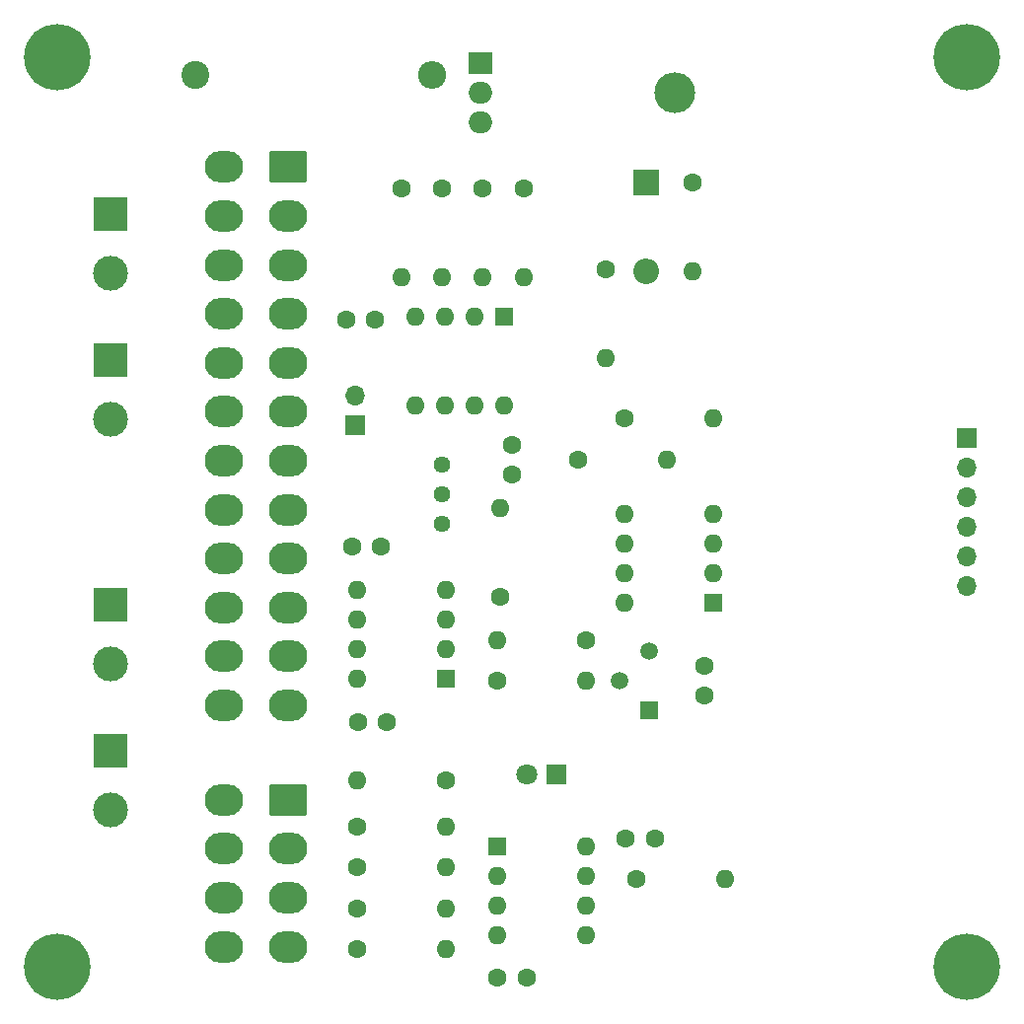
<source format=gbs>
G04 #@! TF.GenerationSoftware,KiCad,Pcbnew,8.0.6-8.0.6-0~ubuntu24.04.1*
G04 #@! TF.CreationDate,2024-10-18T15:37:14+01:00*
G04 #@! TF.ProjectId,PowerDelivery,506f7765-7244-4656-9c69-766572792e6b,rev?*
G04 #@! TF.SameCoordinates,Original*
G04 #@! TF.FileFunction,Soldermask,Bot*
G04 #@! TF.FilePolarity,Negative*
%FSLAX46Y46*%
G04 Gerber Fmt 4.6, Leading zero omitted, Abs format (unit mm)*
G04 Created by KiCad (PCBNEW 8.0.6-8.0.6-0~ubuntu24.04.1) date 2024-10-18 15:37:14*
%MOMM*%
%LPD*%
G01*
G04 APERTURE LIST*
G04 Aperture macros list*
%AMRoundRect*
0 Rectangle with rounded corners*
0 $1 Rounding radius*
0 $2 $3 $4 $5 $6 $7 $8 $9 X,Y pos of 4 corners*
0 Add a 4 corners polygon primitive as box body*
4,1,4,$2,$3,$4,$5,$6,$7,$8,$9,$2,$3,0*
0 Add four circle primitives for the rounded corners*
1,1,$1+$1,$2,$3*
1,1,$1+$1,$4,$5*
1,1,$1+$1,$6,$7*
1,1,$1+$1,$8,$9*
0 Add four rect primitives between the rounded corners*
20,1,$1+$1,$2,$3,$4,$5,0*
20,1,$1+$1,$4,$5,$6,$7,0*
20,1,$1+$1,$6,$7,$8,$9,0*
20,1,$1+$1,$8,$9,$2,$3,0*%
G04 Aperture macros list end*
%ADD10RoundRect,0.250001X-1.399999X1.099999X-1.399999X-1.099999X1.399999X-1.099999X1.399999X1.099999X0*%
%ADD11O,3.300000X2.700000*%
%ADD12C,1.600000*%
%ADD13O,1.600000X1.600000*%
%ADD14R,3.000000X3.000000*%
%ADD15C,3.000000*%
%ADD16R,1.600000X1.600000*%
%ADD17R,2.200000X2.200000*%
%ADD18O,2.200000X2.200000*%
%ADD19C,2.400000*%
%ADD20O,2.400000X2.400000*%
%ADD21C,1.440000*%
%ADD22R,1.500000X1.500000*%
%ADD23C,1.500000*%
%ADD24C,5.700000*%
%ADD25O,3.500000X3.500000*%
%ADD26R,2.000000X1.905000*%
%ADD27O,2.000000X1.905000*%
%ADD28R,1.800000X1.800000*%
%ADD29C,1.800000*%
%ADD30R,1.700000X1.700000*%
%ADD31O,1.700000X1.700000*%
G04 APERTURE END LIST*
D10*
X135250000Y-123200000D03*
D11*
X135250000Y-127400000D03*
X135250000Y-131600000D03*
X135250000Y-135800000D03*
X129750000Y-123200000D03*
X129750000Y-127400000D03*
X129750000Y-131600000D03*
X129750000Y-135800000D03*
D12*
X162500000Y-77690000D03*
D13*
X162500000Y-85310000D03*
D14*
X120000000Y-72960000D03*
D15*
X120000000Y-78040000D03*
D12*
X154500000Y-92750000D03*
X154500000Y-95250000D03*
D14*
X120000000Y-106460000D03*
D15*
X120000000Y-111540000D03*
D16*
X153200000Y-127200000D03*
D13*
X153200000Y-129740000D03*
X153200000Y-132280000D03*
X153200000Y-134820000D03*
X160820000Y-134820000D03*
X160820000Y-132280000D03*
X160820000Y-129740000D03*
X160820000Y-127200000D03*
D17*
X166000000Y-70190000D03*
D18*
X166000000Y-77810000D03*
D19*
X127340000Y-61000000D03*
D20*
X147660000Y-61000000D03*
D12*
X160190000Y-94000000D03*
D13*
X167810000Y-94000000D03*
D12*
X164250000Y-126500000D03*
X166750000Y-126500000D03*
X141250000Y-116500000D03*
X143750000Y-116500000D03*
X148500000Y-70690000D03*
D13*
X148500000Y-78310000D03*
D16*
X171800000Y-106300000D03*
D13*
X171800000Y-103760000D03*
X171800000Y-101220000D03*
X171800000Y-98680000D03*
X164180000Y-98680000D03*
X164180000Y-101220000D03*
X164180000Y-103760000D03*
X164180000Y-106300000D03*
D12*
X142750000Y-82000000D03*
X140250000Y-82000000D03*
D21*
X148500000Y-94460000D03*
X148500000Y-97000000D03*
X148500000Y-99540000D03*
D22*
X166270000Y-115540000D03*
D23*
X163730000Y-113000000D03*
X166270000Y-110460000D03*
D12*
X171000000Y-114250000D03*
X171000000Y-111750000D03*
X153250000Y-138500000D03*
X155750000Y-138500000D03*
X141190000Y-125500000D03*
D13*
X148810000Y-125500000D03*
D16*
X148800000Y-112800000D03*
D13*
X148800000Y-110260000D03*
X148800000Y-107720000D03*
X148800000Y-105180000D03*
X141180000Y-105180000D03*
X141180000Y-107720000D03*
X141180000Y-110260000D03*
X141180000Y-112800000D03*
D14*
X120000000Y-118960000D03*
D15*
X120000000Y-124040000D03*
D12*
X153500000Y-105810000D03*
D13*
X153500000Y-98190000D03*
D24*
X115500000Y-59500000D03*
D10*
X135250000Y-68900000D03*
D11*
X135250000Y-73100000D03*
X135250000Y-77300000D03*
X135250000Y-81500000D03*
X135250000Y-85700000D03*
X135250000Y-89900000D03*
X135250000Y-94100000D03*
X135250000Y-98300000D03*
X135250000Y-102500000D03*
X135250000Y-106700000D03*
X135250000Y-110900000D03*
X135250000Y-115100000D03*
X129750000Y-68900000D03*
X129750000Y-73100000D03*
X129750000Y-77300000D03*
X129750000Y-81500000D03*
X129750000Y-85700000D03*
X129750000Y-89900000D03*
X129750000Y-94100000D03*
X129750000Y-98300000D03*
X129750000Y-102500000D03*
X129750000Y-106700000D03*
X129750000Y-110900000D03*
X129750000Y-115100000D03*
D24*
X193500000Y-137500000D03*
D12*
X155500000Y-70690000D03*
D13*
X155500000Y-78310000D03*
D12*
X141190000Y-132500000D03*
D13*
X148810000Y-132500000D03*
D25*
X168430000Y-62500000D03*
D26*
X151770000Y-59960000D03*
D27*
X151770000Y-62500000D03*
X151770000Y-65040000D03*
D16*
X153800000Y-81700000D03*
D13*
X151260000Y-81700000D03*
X148720000Y-81700000D03*
X146180000Y-81700000D03*
X146180000Y-89320000D03*
X148720000Y-89320000D03*
X151260000Y-89320000D03*
X153800000Y-89320000D03*
D12*
X164190000Y-90500000D03*
D13*
X171810000Y-90500000D03*
D24*
X193500000Y-59500000D03*
X115500000Y-137500000D03*
D12*
X145000000Y-70690000D03*
D13*
X145000000Y-78310000D03*
D12*
X170000000Y-70190000D03*
D13*
X170000000Y-77810000D03*
D12*
X165190000Y-130000000D03*
D13*
X172810000Y-130000000D03*
D12*
X160810000Y-109500000D03*
D13*
X153190000Y-109500000D03*
D12*
X153190000Y-113000000D03*
D13*
X160810000Y-113000000D03*
D28*
X158275000Y-121000000D03*
D29*
X155735000Y-121000000D03*
D12*
X141190000Y-136000000D03*
D13*
X148810000Y-136000000D03*
D12*
X143250000Y-101500000D03*
X140750000Y-101500000D03*
X148810000Y-121500000D03*
D13*
X141190000Y-121500000D03*
D12*
X141190000Y-129000000D03*
D13*
X148810000Y-129000000D03*
D12*
X152000000Y-70690000D03*
D13*
X152000000Y-78310000D03*
D14*
X120000000Y-85460000D03*
D15*
X120000000Y-90540000D03*
D30*
X193500000Y-92150000D03*
D31*
X193500000Y-94690000D03*
X193500000Y-97230000D03*
X193500000Y-99770000D03*
X193500000Y-102310000D03*
X193500000Y-104850000D03*
D30*
X141000000Y-91040000D03*
D31*
X141000000Y-88500000D03*
M02*

</source>
